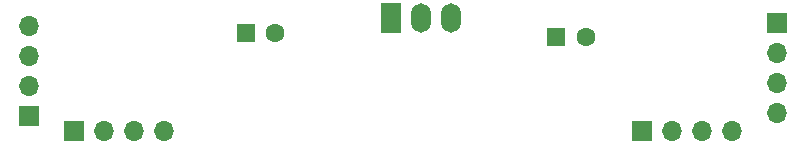
<source format=gbr>
%TF.GenerationSoftware,KiCad,Pcbnew,5.1.9+dfsg1-1*%
%TF.CreationDate,2021-05-25T15:49:57+02:00*%
%TF.ProjectId,single_din_bottom_rev_a,73696e67-6c65-45f6-9469-6e5f626f7474,rev?*%
%TF.SameCoordinates,Original*%
%TF.FileFunction,Soldermask,Top*%
%TF.FilePolarity,Negative*%
%FSLAX46Y46*%
G04 Gerber Fmt 4.6, Leading zero omitted, Abs format (unit mm)*
G04 Created by KiCad (PCBNEW 5.1.9+dfsg1-1) date 2021-05-25 15:49:57*
%MOMM*%
%LPD*%
G01*
G04 APERTURE LIST*
%ADD10O,1.700000X1.700000*%
%ADD11R,1.700000X1.700000*%
%ADD12O,1.700000X2.500000*%
%ADD13R,1.700000X2.500000*%
%ADD14C,1.600000*%
%ADD15R,1.600000X1.600000*%
G04 APERTURE END LIST*
D10*
%TO.C,J4*%
X100920000Y-178200000D03*
X98380000Y-178200000D03*
X95840000Y-178200000D03*
D11*
X93300000Y-178200000D03*
%TD*%
D12*
%TO.C,U1*%
X77139800Y-168554400D03*
X74599800Y-168554400D03*
D13*
X72059800Y-168554400D03*
%TD*%
D10*
%TO.C,J3*%
X52820000Y-178200000D03*
X50280000Y-178200000D03*
X47740000Y-178200000D03*
D11*
X45200000Y-178200000D03*
%TD*%
D10*
%TO.C,J2*%
X104724200Y-176631600D03*
X104724200Y-174091600D03*
X104724200Y-171551600D03*
D11*
X104724200Y-169011600D03*
%TD*%
D10*
%TO.C,J1*%
X41402000Y-169240200D03*
X41402000Y-171780200D03*
X41402000Y-174320200D03*
D11*
X41402000Y-176860200D03*
%TD*%
D14*
%TO.C,C2*%
X88504400Y-170205400D03*
D15*
X86004400Y-170205400D03*
%TD*%
D14*
%TO.C,C1*%
X62240800Y-169875200D03*
D15*
X59740800Y-169875200D03*
%TD*%
M02*

</source>
